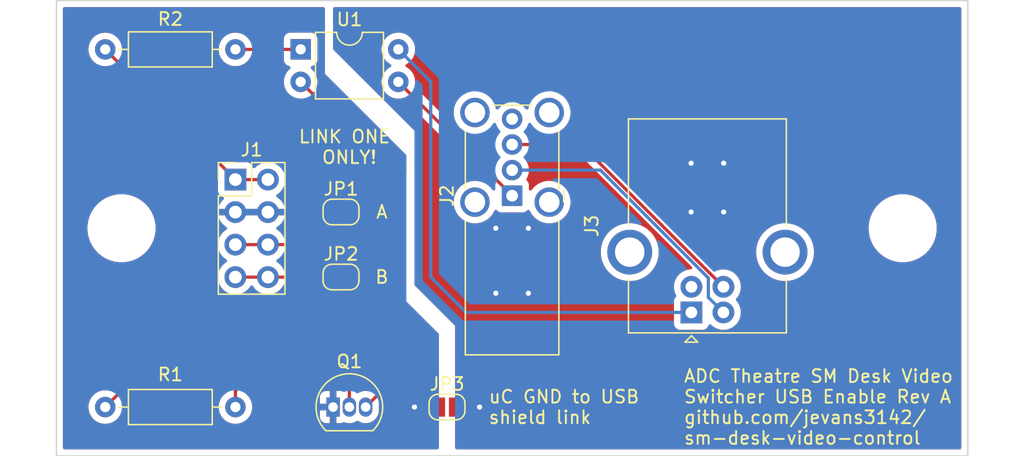
<source format=kicad_pcb>
(kicad_pcb (version 20211014) (generator pcbnew)
  (layers (0 "F.Cu" signal) (31 "B.Cu" signal) (34 "B.Paste" user) (35 "F.Paste" user) (36 "B.SilkS" user "B.Silkscreen") (37 "F.SilkS" user "F.Silkscreen") (38 "B.Mask" user) (39 "F.Mask" user) (44 "Edge.Cuts" user))
  (net 0 "")
  (net 1 "+3V3")
  (net 2 "GND")
  (net 3 "/EN_A")
  (net 4 "/EN_B")
  (net 5 "Net-(J2-Pad1)")
  (net 6 "Net-(J2-Pad2)")
  (net 7 "Net-(J2-Pad3)")
  (net 8 "Net-(J3-Pad1)")
  (net 9 "Net-(JP1-Pad2)")
  (net 10 "Net-(Q1-Pad2)")
  (net 11 "Net-(Q1-Pad3)")
  (net 12 "Net-(R2-Pad2)")
  (net 13 "Net-(J2-Pad4)")
  (net 14 "GNDD")
  (footprint "MountingHole:MountingHole_4.3mm_M4" (layer "F.Cu") (at 111.76 93.98)
    (fp_text reference "REF**" hide)
    (fp_text value "MountingHole_4.3mm_M4")
    (pad "" np_thru_hole circle locked (at 0 0) (size 4.3 4.3) (drill 4.3) (layers F&B.Cu *.Mask))
  )
  (footprint "Connector_USB:USB_A_ASSMANN_A-USB-E-R" (layer "F.Cu") (at 142.24 91.44 90)
    (fp_text reference "J2" (at 0 -5.08 90) (layer "F.SilkS"))
    (fp_text value "USB_A")
    (fp_line (start -12.43 -3.65) (end -1.98 -3.65) (layer "F.SilkS") (width 0.12))
    (fp_line (start -12.43 3.65) (end -1.98 3.65) (layer "F.SilkS") (width 0.12))
    (fp_line (start 0.52 3.65) (end 5.02 3.65) (layer "F.SilkS") (width 0.12))
    (fp_line (start -12.43 -3.65) (end -12.43 3.65) (layer "F.SilkS") (width 0.12))
    (fp_line (start -0.5 4.03) (end 0.5 4.03) (layer "F.SilkS") (width 0.12))
    (fp_line (start 7.07 -1.5) (end 7.07 1.5) (layer "F.SilkS") (width 0.12))
    (fp_line (start 0.52 -3.65) (end 5.02 -3.65) (layer "F.SilkS") (width 0.12))
    (pad "1" thru_hole rect (at 0 0 90) (size 1.6 1.6) (drill 0.92) (layers *.Cu *.Mask) (net 5 "Net-(J2-Pad1)"))
    (pad "2" thru_hole circle (at 2 0 90) (size 1.6 1.6) (drill 0.92) (layers *.Cu *.Mask) (net 6 "Net-(J2-Pad2)"))
    (pad "3" thru_hole circle (at 4 0 90) (size 1.6 1.6) (drill 0.92) (layers *.Cu *.Mask) (net 7 "Net-(J2-Pad3)"))
    (pad "4" thru_hole circle (at 6 0 90) (size 1.6 1.6) (drill 0.92) (layers *.Cu *.Mask) (net 13 "Net-(J2-Pad4)"))
    (pad "5" thru_hole circle (at 6.5 -2.9 90) (size 2.3 2.3) (drill 1.6) (layers *.Cu *.Mask) (net 13 "Net-(J2-Pad4)"))
    (pad "5" thru_hole circle (at 6.5 2.9 90) (size 2.3 2.3) (drill 1.6) (layers *.Cu *.Mask) (net 13 "Net-(J2-Pad4)"))
    (pad "5" thru_hole circle (at -0.5 2.9 90) (size 2.3 2.3) (drill 1.6) (layers *.Cu *.Mask) (net 13 "Net-(J2-Pad4)"))
    (pad "5" thru_hole circle (at -0.5 -2.9 90) (size 2.3 2.3) (drill 1.6) (layers *.Cu *.Mask) (net 13 "Net-(J2-Pad4)"))
  )
  (footprint "Connector_USB:USB_B_ASSMANN_A-USBSB" (layer "F.Cu") (at 156.23 100.5575 90)
    (fp_text reference "J3" (at 6.76 -7.77 90) (layer "F.SilkS"))
    (fp_text value "USB_B")
    (fp_line (start -1.6 -4.91) (end -1.6 7.41) (layer "F.SilkS") (width 0.12))
    (fp_line (start -2.32 0.5) (end -1.82 0) (layer "F.SilkS") (width 0.12))
    (fp_line (start -2.32 -0.5) (end -2.32 0.5) (layer "F.SilkS") (width 0.12))
    (fp_line (start -1.6 7.41) (end 2.66 7.41) (layer "F.SilkS") (width 0.12))
    (fp_line (start 15.12 7.41) (end 6.76 7.41) (layer "F.SilkS") (width 0.12))
    (fp_line (start -1.82 0) (end -2.32 -0.5) (layer "F.SilkS") (width 0.12))
    (fp_line (start 15.12 -4.91) (end 15.12 7.41) (layer "F.SilkS") (width 0.12))
    (fp_line (start 2.66 -4.91) (end -1.6 -4.91) (layer "F.SilkS") (width 0.12))
    (fp_line (start 6.76 -4.91) (end 15.12 -4.91) (layer "F.SilkS") (width 0.12))
    (pad "1" thru_hole rect (at 0 0 90) (size 1.7 1.7) (drill 0.92) (layers *.Cu *.Mask) (net 8 "Net-(J3-Pad1)"))
    (pad "2" thru_hole circle (at 0 2.5 90) (size 1.7 1.7) (drill 0.92) (layers *.Cu *.Mask) (net 6 "Net-(J2-Pad2)"))
    (pad "3" thru_hole circle (at 2 2.5 90) (size 1.7 1.7) (drill 0.92) (layers *.Cu *.Mask) (net 7 "Net-(J2-Pad3)"))
    (pad "4" thru_hole circle (at 2 0 90) (size 1.7 1.7) (drill 0.92) (layers *.Cu *.Mask) (net 13 "Net-(J2-Pad4)"))
    (pad "5" thru_hole circle (at 4.71 7.31 90) (size 3.5 3.5) (drill 2.3) (layers *.Cu *.Mask) (net 13 "Net-(J2-Pad4)"))
    (pad "5" thru_hole circle (at 4.71 -4.81 90) (size 3.5 3.5) (drill 2.3) (layers *.Cu *.Mask) (net 13 "Net-(J2-Pad4)"))
  )
  (footprint "Package_TO_SOT_THT:TO-92_Inline" (layer "F.Cu") (at 128.27 107.95)
    (fp_text reference "Q1" (at 1.27 -3.56) (layer "F.SilkS"))
    (fp_text value "KSP43BU")
    (fp_line (start -0.53 1.85) (end 3.07 1.85) (layer "F.SilkS") (width 0.12))
    (fp_arc (start 1.27 -2.6) (mid 3.672087 -0.994977) (end 3.108478 1.838478) (layer "F.SilkS") (width 0.12))
    (fp_arc (start -0.568478 1.838478) (mid -1.132087 -0.994977) (end 1.27 -2.6) (layer "F.SilkS") (width 0.12))
    (pad "1" thru_hole rect locked (at 0 0) (size 1.05 1.5) (drill 0.75) (layers *.Cu *.Mask) (net 2 "GND"))
    (pad "2" thru_hole oval locked (at 1.27 0) (size 1.05 1.5) (drill 0.75) (layers *.Cu *.Mask) (net 10 "Net-(Q1-Pad2)"))
    (pad "3" thru_hole oval locked (at 2.54 0) (size 1.05 1.5) (drill 0.75) (layers *.Cu *.Mask) (net 11 "Net-(Q1-Pad3)"))
  )
  (footprint "MountingHole:MountingHole_4.3mm_M4" (layer "F.Cu") (at 172.72 93.98)
    (fp_text reference "REF**" hide)
    (fp_text value "MountingHole_4.3mm_M4")
    (pad "" np_thru_hole circle locked (at 0 0) (size 4.3 4.3) (drill 4.3) (layers *.Cu *.Mask))
  )
  (footprint "Jumper:SolderJumper-2_P1.3mm_Open_RoundedPad1.0x1.5mm" (layer "F.Cu") (at 128.89 97.79)
    (fp_text reference "JP2" (at 0 -1.8) (layer "F.SilkS"))
    (fp_text value "SolderJumper_2_Open")
    (fp_line (start -0.7 -1) (end 0.7 -1) (layer "F.SilkS") (width 0.12))
    (fp_line (start -1.4 0.3) (end -1.4 -0.3) (layer "F.SilkS") (width 0.12))
    (fp_line (start 1.4 -0.3) (end 1.4 0.3) (layer "F.SilkS") (width 0.12))
    (fp_line (start 0.7 1) (end -0.7 1) (layer "F.SilkS") (width 0.12))
    (fp_arc (start 0.7 -1) (mid 1.194975 -0.794975) (end 1.4 -0.3) (layer "F.SilkS") (width 0.12))
    (fp_arc (start -0.7 1) (mid -1.194975 0.794975) (end -1.4 0.3) (layer "F.SilkS") (width 0.12))
    (fp_arc (start 1.4 0.3) (mid 1.194975 0.794975) (end 0.7 1) (layer "F.SilkS") (width 0.12))
    (fp_arc (start -1.4 -0.3) (mid -1.194975 -0.794975) (end -0.7 -1) (layer "F.SilkS") (width 0.12))
    (pad "1" smd custom locked (at -0.65 0) (size 1 0.5) (layers "F.Cu" "F.Mask") (net 4 "/EN_B") (options (clearance outline) (anchor rect)) (primitives (gr_circle (center 0 0.25) (end 0.5 0.25) (width 0) (fill yes)) (gr_circle (center 0 -0.25) (end 0.5 -0.25) (width 0) (fill yes)) (gr_poly (pts (xy 0.5 0.75) (xy 0 0.75) (xy 0 -0.75) (xy 0.5 -0.75)) (width 0) (fill yes))))
    (pad "2" smd custom locked (at 0.65 0) (size 1 0.5) (layers "F.Cu" "F.Mask") (net 9 "Net-(JP1-Pad2)") (options (clearance outline) (anchor rect)) (primitives (gr_circle (center 0 0.25) (end 0.5 0.25) (width 0) (fill yes)) (gr_circle (center 0 -0.25) (end 0.5 -0.25) (width 0) (fill yes)) (gr_poly (pts (xy 0 0.75) (xy -0.5 0.75) (xy -0.5 -0.75) (xy 0 -0.75)) (width 0) (fill yes))))
  )
  (footprint "Jumper:SolderJumper-2_P1.3mm_Open_RoundedPad1.0x1.5mm" (layer "F.Cu") (at 128.89 92.71)
    (fp_text reference "JP1" (at 0 -1.8) (layer "F.SilkS"))
    (fp_text value "SolderJumper_2_Open")
    (fp_line (start 0.7 1) (end -0.7 1) (layer "F.SilkS") (width 0.12))
    (fp_line (start -1.4 0.3) (end -1.4 -0.3) (layer "F.SilkS") (width 0.12))
    (fp_line (start 1.4 -0.3) (end 1.4 0.3) (layer "F.SilkS") (width 0.12))
    (fp_line (start -0.7 -1) (end 0.7 -1) (layer "F.SilkS") (width 0.12))
    (fp_arc (start -0.7 1) (mid -1.194975 0.794975) (end -1.4 0.3) (layer "F.SilkS") (width 0.12))
    (fp_arc (start -1.4 -0.3) (mid -1.194975 -0.794975) (end -0.7 -1) (layer "F.SilkS") (width 0.12))
    (fp_arc (start 1.4 0.3) (mid 1.194975 0.794975) (end 0.7 1) (layer "F.SilkS") (width 0.12))
    (fp_arc (start 0.7 -1) (mid 1.194975 -0.794975) (end 1.4 -0.3) (layer "F.SilkS") (width 0.12))
    (pad "1" smd custom locked (at -0.65 0) (size 1 0.5) (layers "F.Cu" "F.Mask") (net 3 "/EN_A") (options (clearance outline) (anchor rect)) (primitives (gr_circle (center 0 0.25) (end 0.5 0.25) (width 0) (fill yes)) (gr_circle (center 0 -0.25) (end 0.5 -0.25) (width 0) (fill yes)) (gr_poly (pts (xy 0.5 0.75) (xy 0 0.75) (xy 0 -0.75) (xy 0.5 -0.75)) (width 0) (fill yes))))
    (pad "2" smd custom locked (at 0.65 0) (size 1 0.5) (layers "F.Cu" "F.Mask") (net 9 "Net-(JP1-Pad2)") (options (clearance outline) (anchor rect)) (primitives (gr_circle (center 0 0.25) (end 0.5 0.25) (width 0) (fill yes)) (gr_circle (center 0 -0.25) (end 0.5 -0.25) (width 0) (fill yes)) (gr_poly (pts (xy 0 0.75) (xy -0.5 0.75) (xy -0.5 -0.75) (xy 0 -0.75)) (width 0) (fill yes))))
  )
  (footprint "Resistor_THT:R_Axial_DIN0207_L6.3mm_D2.5mm_P10.16mm_Horizontal" (layer "F.Cu") (at 120.65 107.95 180)
    (fp_text reference "R1" (at 5.08 2.54) (layer "F.SilkS"))
    (fp_text value "4.7K")
    (fp_line (start 9.12 0) (end 8.35 0) (layer "F.SilkS") (width 0.12))
    (fp_line (start 1.81 -1.37) (end 1.81 1.37) (layer "F.SilkS") (width 0.12))
    (fp_line (start 1.04 0) (end 1.81 0) (layer "F.SilkS") (width 0.12))
    (fp_line (start 8.35 -1.37) (end 1.81 -1.37) (layer "F.SilkS") (width 0.12))
    (fp_line (start 1.81 1.37) (end 8.35 1.37) (layer "F.SilkS") (width 0.12))
    (fp_line (start 8.35 1.37) (end 8.35 -1.37) (layer "F.SilkS") (width 0.12))
    (pad "1" thru_hole circle locked (at 0 0 180) (size 1.6 1.6) (drill 0.8) (layers *.Cu *.Mask) (net 10 "Net-(Q1-Pad2)"))
    (pad "2" thru_hole oval locked (at 10.16 0 180) (size 1.6 1.6) (drill 0.8) (layers *.Cu *.Mask) (net 9 "Net-(JP1-Pad2)"))
  )
  (footprint "Package_DIP:DIP-4_W7.62mm" (layer "F.Cu") (at 125.74 80.005)
    (fp_text reference "U1" (at 3.81 -2.33) (layer "F.SilkS"))
    (fp_text value "Omron_G3VM-61A1")
    (fp_line (start 2.81 -1.33) (end 1.16 -1.33) (layer "F.SilkS") (width 0.12))
    (fp_line (start 1.16 3.87) (end 6.46 3.87) (layer "F.SilkS") (width 0.12))
    (fp_line (start 1.16 -1.33) (end 1.16 3.87) (layer "F.SilkS") (width 0.12))
    (fp_line (start 6.46 3.87) (end 6.46 -1.33) (layer "F.SilkS") (width 0.12))
    (fp_line (start 6.46 -1.33) (end 4.81 -1.33) (layer "F.SilkS") (width 0.12))
    (fp_arc (start 4.81 -1.33) (mid 3.81 -0.33) (end 2.81 -1.33) (layer "F.SilkS") (width 0.12))
    (pad "1" thru_hole rect locked (at 0 0) (size 1.6 1.6) (drill 0.8) (layers *.Cu *.Mask) (net 12 "Net-(R2-Pad2)"))
    (pad "2" thru_hole oval locked (at 0 2.54) (size 1.6 1.6) (drill 0.8) (layers *.Cu *.Mask) (net 11 "Net-(Q1-Pad3)"))
    (pad "3" thru_hole oval locked (at 7.62 2.54) (size 1.6 1.6) (drill 0.8) (layers *.Cu *.Mask) (net 5 "Net-(J2-Pad1)"))
    (pad "4" thru_hole oval locked (at 7.62 0) (size 1.6 1.6) (drill 0.8) (layers *.Cu *.Mask) (net 8 "Net-(J3-Pad1)"))
  )
  (footprint "Jumper:SolderJumper-2_P1.3mm_Open_RoundedPad1.0x1.5mm" (layer "F.Cu") (at 137.16 107.95)
    (fp_text reference "JP3" (at 0 -1.8) (layer "F.SilkS"))
    (fp_text value "SolderJumper_2_Open")
    (fp_line (start -0.7 -1) (end 0.7 -1) (layer "F.SilkS") (width 0.12))
    (fp_line (start 0.7 1) (end -0.7 1) (layer "F.SilkS") (width 0.12))
    (fp_line (start 1.4 -0.3) (end 1.4 0.3) (layer "F.SilkS") (width 0.12))
    (fp_line (start -1.4 0.3) (end -1.4 -0.3) (layer "F.SilkS") (width 0.12))
    (fp_arc (start -0.7 1) (mid -1.194975 0.794975) (end -1.4 0.3) (layer "F.SilkS") (width 0.12))
    (fp_arc (start 0.7 -1) (mid 1.194975 -0.794975) (end 1.4 -0.3) (layer "F.SilkS") (width 0.12))
    (fp_arc (start 1.4 0.3) (mid 1.194975 0.794975) (end 0.7 1) (layer "F.SilkS") (width 0.12))
    (fp_arc (start -1.4 -0.3) (mid -1.194975 -0.794975) (end -0.7 -1) (layer "F.SilkS") (width 0.12))
    (pad "1" smd custom locked (at -0.65 0) (size 1 0.5) (layers "F.Cu" "F.Mask") (net 2 "GND") (options (clearance outline) (anchor rect)) (primitives (gr_circle (center 0 0.25) (end 0.5 0.25) (width 0) (fill yes)) (gr_circle (center 0 -0.25) (end 0.5 -0.25) (width 0) (fill yes)) (gr_poly (pts (xy 0.5 0.75) (xy 0 0.75) (xy 0 -0.75) (xy 0.5 -0.75)) (width 0) (fill yes))))
    (pad "2" smd custom locked (at 0.65 0) (size 1 0.5) (layers "F.Cu" "F.Mask") (net 14 "GNDD") (options (clearance outline) (anchor rect)) (primitives (gr_circle (center 0 0.25) (end 0.5 0.25) (width 0) (fill yes)) (gr_circle (center 0 -0.25) (end 0.5 -0.25) (width 0) (fill yes)) (gr_poly (pts (xy 0 0.75) (xy -0.5 0.75) (xy -0.5 -0.75) (xy 0 -0.75)) (width 0) (fill yes))))
  )
  (footprint "Connector_PinHeader_2.54mm:PinHeader_2x04_P2.54mm_Vertical" (layer "F.Cu") (at 120.645 90.18)
    (fp_text reference "J1" (at 1.27 -2.33) (layer "F.SilkS"))
    (fp_text value "Conn_02x04_Odd_Even")
    (fp_line (start -1.33 8.95) (end 3.87 8.95) (layer "F.SilkS") (width 0.12))
    (fp_line (start -1.33 -1.33) (end 0 -1.33) (layer "F.SilkS") (width 0.12))
    (fp_line (start 1.27 1.27) (end 1.27 -1.33) (layer "F.SilkS") (width 0.12))
    (fp_line (start -1.33 0) (end -1.33 -1.33) (layer "F.SilkS") (width 0.12))
    (fp_line (start 1.27 -1.33) (end 3.87 -1.33) (layer "F.SilkS") (width 0.12))
    (fp_line (start -1.33 1.27) (end 1.27 1.27) (layer "F.SilkS") (width 0.12))
    (fp_line (start 3.87 -1.33) (end 3.87 8.95) (layer "F.SilkS") (width 0.12))
    (fp_line (start -1.33 1.27) (end -1.33 8.95) (layer "F.SilkS") (width 0.12))
    (pad "1" thru_hole rect locked (at 0 0) (size 1.7 1.7) (drill 1) (layers *.Cu *.Mask) (net 1 "+3V3"))
    (pad "2" thru_hole oval locked (at 2.54 0) (size 1.7 1.7) (drill 1) (layers *.Cu *.Mask) (net 1 "+3V3"))
    (pad "3" thru_hole oval locked (at 0 2.54) (size 1.7 1.7) (drill 1) (layers *.Cu *.Mask) (net 2 "GND"))
    (pad "4" thru_hole oval locked (at 2.54 2.54) (size 1.7 1.7) (drill 1) (layers *.Cu *.Mask) (net 2 "GND"))
    (pad "5" thru_hole oval locked (at 0 5.08) (size 1.7 1.7) (drill 1) (layers *.Cu *.Mask) (net 3 "/EN_A"))
    (pad "6" thru_hole oval locked (at 2.54 5.08) (size 1.7 1.7) (drill 1) (layers *.Cu *.Mask) (net 3 "/EN_A"))
    (pad "7" thru_hole oval locked (at 0 7.62) (size 1.7 1.7) (drill 1) (layers *.Cu *.Mask) (net 4 "/EN_B"))
    (pad "8" thru_hole oval locked (at 2.54 7.62) (size 1.7 1.7) (drill 1) (layers *.Cu *.Mask) (net 4 "/EN_B"))
  )
  (footprint "Resistor_THT:R_Axial_DIN0207_L6.3mm_D2.5mm_P10.16mm_Horizontal" (layer "F.Cu") (at 110.49 80.01)
    (fp_text reference "R2" (at 5.08 -2.37) (layer "F.SilkS"))
    (fp_text value "330R")
    (fp_line (start 1.81 1.37) (end 8.35 1.37) (layer "F.SilkS") (width 0.12))
    (fp_line (start 9.12 0) (end 8.35 0) (layer "F.SilkS") (width 0.12))
    (fp_line (start 1.81 -1.37) (end 1.81 1.37) (layer "F.SilkS") (width 0.12))
    (fp_line (start 8.35 1.37) (end 8.35 -1.37) (layer "F.SilkS") (width 0.12))
    (fp_line (start 8.35 -1.37) (end 1.81 -1.37) (layer "F.SilkS") (width 0.12))
    (fp_line (start 1.04 0) (end 1.81 0) (layer "F.SilkS") (width 0.12))
    (pad "1" thru_hole circle locked (at 0 0) (size 1.6 1.6) (drill 0.8) (layers *.Cu *.Mask) (net 1 "+3V3"))
    (pad "2" thru_hole oval locked (at 10.16 0) (size 1.6 1.6) (drill 0.8) (layers *.Cu *.Mask) (net 12 "Net-(R2-Pad2)"))
  )
  (gr_rect (start 106.68 76.2) (end 177.8 111.76) (layer "Edge.Cuts") (width 0.1) (fill none))
  (gr_text "A" (at 132.08 92.71) (layer "F.SilkS") (effects (font (size 1 1))))
  (gr_text "ADC Theatre SM Desk Video\nSwitcher USB Enable Rev A\ngithub.com/jevans3142/\nsm-desk-video-control" (at 155.575 107.95) (layer "F.SilkS") (effects (font (size 1 1)) (justify left)))
  (gr_text "LINK ONE \nONLY!" (at 129.54 87.63) (layer "F.SilkS") (effects (font (size 1 1))))
  (gr_text "B" (at 132.08 97.79) (layer "F.SilkS") (effects (font (size 1 1))))
  (gr_text "uC GND to USB \nshield link" (at 140.335 107.95) (layer "F.SilkS") (effects (font (size 1 1)) (justify left)))
  (segment (start 120.645 90.18) (end 120.645 90.165) (width 0.25) (layer "F.Cu") (net 1))
  (segment (start 120.645 90.18) (end 123.185 90.18) (width 0.25) (layer "F.Cu") (net 1))
  (segment (start 120.645 90.165) (end 110.49 80.01) (width 0.25) (layer "F.Cu") (net 1))
  (via (at 134.62 107.95) (size 0.8) (drill 0.4) (layers "F.Cu" "B.Cu") (net 2))
  (segment (start 120.645 95.26) (end 123.185 95.26) (width 0.25) (layer "F.Cu") (net 3))
  (segment (start 125.69 95.26) (end 128.24 92.71) (width 0.25) (layer "F.Cu") (net 3))
  (segment (start 123.185 95.26) (end 125.69 95.26) (width 0.25) (layer "F.Cu") (net 3))
  (segment (start 128.23 97.8) (end 128.24 97.79) (width 0.25) (layer "F.Cu") (net 4))
  (segment (start 120.645 97.8) (end 123.185 97.8) (width 0.25) (layer "F.Cu") (net 4))
  (segment (start 123.185 97.8) (end 128.23 97.8) (width 0.25) (layer "F.Cu") (net 4))
  (segment (start 142.24 91.425) (end 142.24 91.44) (width 0.25) (layer "F.Cu") (net 5))
  (segment (start 133.36 82.545) (end 142.24 91.425) (width 0.25) (layer "F.Cu") (net 5))
  (segment (start 157.555489 97.865489) (end 157.555489 99.382989) (width 0.25) (layer "B.Cu") (net 6))
  (segment (start 149.13 89.44) (end 157.555489 97.865489) (width 0.25) (layer "B.Cu") (net 6))
  (segment (start 157.555489 99.382989) (end 158.73 100.5575) (width 0.25) (layer "B.Cu") (net 6))
  (segment (start 142.24 89.44) (end 149.13 89.44) (width 0.25) (layer "B.Cu") (net 6))
  (segment (start 147.6125 87.44) (end 158.73 98.5575) (width 0.25) (layer "F.Cu") (net 7))
  (segment (start 142.24 87.44) (end 147.6125 87.44) (width 0.25) (layer "F.Cu") (net 7))
  (segment (start 138.6575 100.5575) (end 156.23 100.5575) (width 0.25) (layer "B.Cu") (net 8))
  (segment (start 138.43 100.33) (end 138.6575 100.5575) (width 0.25) (layer "B.Cu") (net 8))
  (segment (start 138.6575 100.5575) (end 135.89 97.79) (width 0.25) (layer "B.Cu") (net 8))
  (segment (start 135.89 97.79) (end 135.89 82.535) (width 0.25) (layer "B.Cu") (net 8))
  (segment (start 133.36 80.005) (end 135.89 82.535) (width 0.25) (layer "B.Cu") (net 8))
  (segment (start 129.54 97.79) (end 130.81 97.79) (width 0.25) (layer "F.Cu") (net 9))
  (segment (start 132.08 99.06) (end 132.08 101.6) (width 0.25) (layer "F.Cu") (net 9))
  (segment (start 115.57 102.87) (end 110.49 107.95) (width 0.25) (layer "F.Cu") (net 9))
  (segment (start 130.81 92.71) (end 132.08 93.98) (width 0.25) (layer "F.Cu") (net 9))
  (segment (start 132.08 101.6) (end 130.81 102.87) (width 0.25) (layer "F.Cu") (net 9))
  (segment (start 130.81 97.79) (end 132.08 99.06) (width 0.25) (layer "F.Cu") (net 9))
  (segment (start 132.08 93.98) (end 132.08 99.06) (width 0.25) (layer "F.Cu") (net 9))
  (segment (start 129.54 92.71) (end 130.81 92.71) (width 0.25) (layer "F.Cu") (net 9))
  (segment (start 130.81 102.87) (end 115.57 102.87) (width 0.25) (layer "F.Cu") (net 9))
  (segment (start 128.27 105.41) (end 129.54 106.68) (width 0.25) (layer "F.Cu") (net 10))
  (segment (start 120.65 107.95) (end 120.65 106.68) (width 0.25) (layer "F.Cu") (net 10))
  (segment (start 120.65 106.68) (end 121.92 105.41) (width 0.25) (layer "F.Cu") (net 10))
  (segment (start 129.54 106.68) (end 129.54 107.95) (width 0.25) (layer "F.Cu") (net 10))
  (segment (start 121.92 105.41) (end 128.27 105.41) (width 0.25) (layer "F.Cu") (net 10))
  (segment (start 133.35 105.41) (end 130.81 107.95) (width 0.25) (layer "F.Cu") (net 11))
  (segment (start 133.35 90.155) (end 133.35 105.41) (width 0.25) (layer "F.Cu") (net 11))
  (segment (start 125.74 82.545) (end 133.35 90.155) (width 0.25) (layer "F.Cu") (net 11))
  (segment (start 125.735 80.01) (end 125.74 80.005) (width 0.25) (layer "F.Cu") (net 12))
  (segment (start 120.65 80.01) (end 125.735 80.01) (width 0.25) (layer "F.Cu") (net 12))
  (via (at 140.97 93.98) (size 0.8) (drill 0.4) (layers "F.Cu" "B.Cu") (net 14))
  (via (at 158.75 88.9) (size 0.8) (drill 0.4) (layers "F.Cu" "B.Cu") (net 14))
  (via (at 140.97 99.06) (size 0.8) (drill 0.4) (layers "F.Cu" "B.Cu") (net 14))
  (via (at 143.51 99.06) (size 0.8) (drill 0.4) (layers "F.Cu" "B.Cu") (net 14))
  (via (at 143.51 93.98) (size 0.8) (drill 0.4) (layers "F.Cu" "B.Cu") (net 14))
  (via (at 156.21 92.71) (size 0.8) (drill 0.4) (layers "F.Cu" "B.Cu") (net 14))
  (via (at 156.21 88.9) (size 0.8) (drill 0.4) (layers "F.Cu" "B.Cu") (net 14))
  (via (at 139.7 107.95) (size 0.8) (drill 0.4) (layers "F.Cu" "B.Cu") (net 14))
  (via (at 158.75 92.71) (size 0.8) (drill 0.4) (layers "F.Cu" "B.Cu") (net 14))
  (zone (net 2) (net_name "GND") (layers F&B.Cu) (connect_pads (clearance 0.508)) (min_thickness 0.254) (fill yes (thermal_gap 0.508) (thermal_bridge_width 0.508))
    (polygon (pts (xy 127.635 81.915) (xy 133.985 88.265) (xy 133.985 99.695) (xy 136.525 102.235) (xy 136.525 111.76) (xy 106.68 111.76) (xy 106.68 76.2) (xy 127.635 76.2)))
  )
  (zone (net 14) (net_name "GNDD") (layers F&B.Cu) (connect_pads (clearance 0.508)) (min_thickness 0.254) (fill yes (thermal_gap 0.508) (thermal_bridge_width 0.508))
    (polygon (pts (xy 177.8 111.76) (xy 137.795 111.76) (xy 137.795 101.6) (xy 134.62 98.425) (xy 134.62 86.36) (xy 128.27 80.01) (xy 128.27 76.2) (xy 177.8 76.2)))
  )
)
</source>
